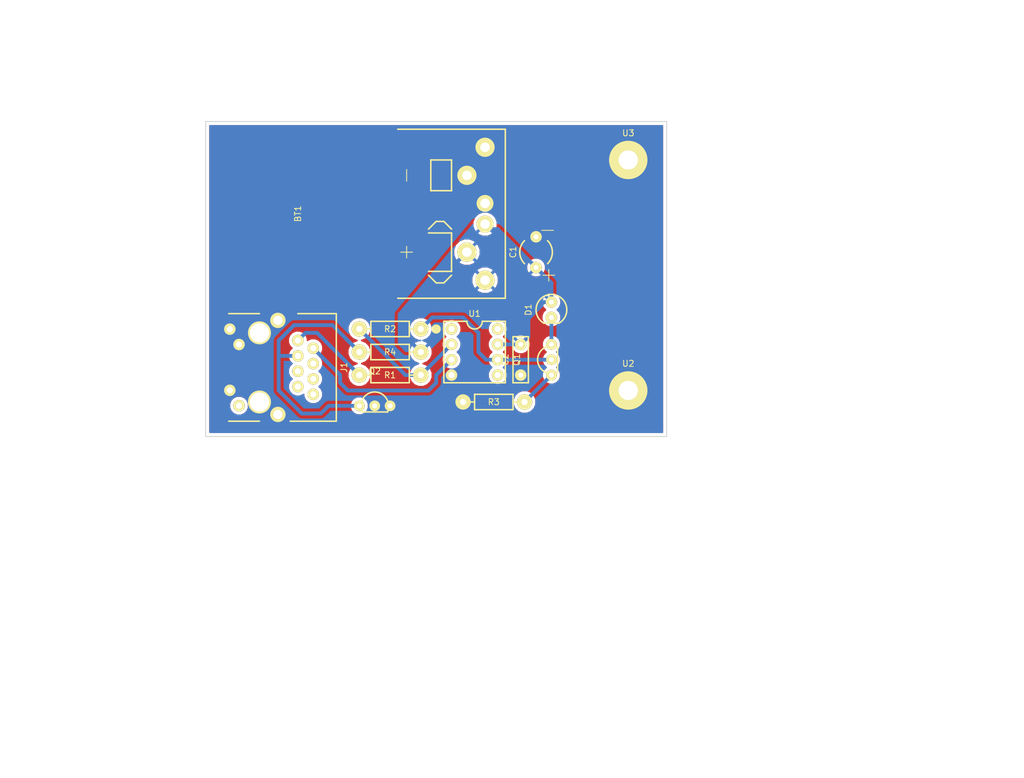
<source format=kicad_pcb>
(kicad_pcb (version 4) (host pcbnew 4.0.1-3.201512221402+6198~38~ubuntu15.04.1-stable)

  (general
    (links 34)
    (no_connects 0)
    (area 88.145238 51.032 255.796143 178.181)
    (thickness 1.6)
    (drawings 9)
    (tracks 49)
    (zones 0)
    (modules 14)
    (nets 12)
  )

  (page A4)
  (layers
    (0 F.Cu signal)
    (31 B.Cu signal)
    (32 B.Adhes user)
    (33 F.Adhes user)
    (34 B.Paste user)
    (35 F.Paste user)
    (36 B.SilkS user)
    (37 F.SilkS user)
    (38 B.Mask user)
    (39 F.Mask user)
    (40 Dwgs.User user)
    (41 Cmts.User user)
    (42 Eco1.User user)
    (43 Eco2.User user)
    (44 Edge.Cuts user)
    (45 Margin user)
    (46 B.CrtYd user)
    (47 F.CrtYd user)
    (48 B.Fab user)
    (49 F.Fab user)
  )

  (setup
    (last_trace_width 0.635)
    (trace_clearance 0.381)
    (zone_clearance 0.508)
    (zone_45_only no)
    (trace_min 0.2794)
    (segment_width 0.2)
    (edge_width 0.15)
    (via_size 1.6256)
    (via_drill 0.8128)
    (via_min_size 1.6256)
    (via_min_drill 0.8128)
    (uvia_size 0.3)
    (uvia_drill 0.1)
    (uvias_allowed no)
    (uvia_min_size 0)
    (uvia_min_drill 0)
    (pcb_text_width 0.3)
    (pcb_text_size 1.5 1.5)
    (mod_edge_width 0.15)
    (mod_text_size 1 1)
    (mod_text_width 0.15)
    (pad_size 6.35 6.35)
    (pad_drill 3.175)
    (pad_to_mask_clearance 0.2)
    (aux_axis_origin 0 0)
    (visible_elements FFFFFF7F)
    (pcbplotparams
      (layerselection 0x01000_80000001)
      (usegerberextensions false)
      (excludeedgelayer true)
      (linewidth 0.100000)
      (plotframeref false)
      (viasonmask false)
      (mode 1)
      (useauxorigin false)
      (hpglpennumber 1)
      (hpglpenspeed 20)
      (hpglpendiameter 15)
      (hpglpenoverlay 2)
      (psnegative false)
      (psa4output false)
      (plotreference true)
      (plotvalue true)
      (plotinvisibletext false)
      (padsonsilk false)
      (subtractmaskfromsilk false)
      (outputformat 1)
      (mirror false)
      (drillshape 0)
      (scaleselection 1)
      (outputdirectory /home/ben/Documents/UC_the_Fish_PCBs/Transmitter_Gerbers/))
  )

  (net 0 "")
  (net 1 +9V)
  (net 2 GND)
  (net 3 "Net-(D1-Pad1)")
  (net 4 "Net-(J1-Pad1)")
  (net 5 "Net-(J1-Pad8)")
  (net 6 "Net-(J1-Pad2)")
  (net 7 "Net-(J1-Pad3)")
  (net 8 "Net-(J1-Pad7)")
  (net 9 "Net-(Q1-Pad1)")
  (net 10 "Net-(Q1-Pad2)")
  (net 11 "Net-(R1-Pad1)")

  (net_class Default "This is the default net class."
    (clearance 0.381)
    (trace_width 0.635)
    (via_dia 1.6256)
    (via_drill 0.8128)
    (uvia_dia 0.3)
    (uvia_drill 0.1)
    (add_net "Net-(D1-Pad1)")
    (add_net "Net-(J1-Pad1)")
    (add_net "Net-(J1-Pad2)")
    (add_net "Net-(J1-Pad3)")
    (add_net "Net-(J1-Pad7)")
    (add_net "Net-(J1-Pad8)")
    (add_net "Net-(Q1-Pad1)")
    (add_net "Net-(Q1-Pad2)")
    (add_net "Net-(R1-Pad1)")
  )

  (net_class Power ""
    (clearance 0.381)
    (trace_width 0.635)
    (via_dia 1.6256)
    (via_drill 0.8128)
    (uvia_dia 0.3)
    (uvia_drill 0.1)
    (add_net +9V)
    (add_net GND)
  )

  (module UC_the_Fish_Components:200Mil_Passive (layer F.Cu) (tedit 56F62D86) (tstamp 56F65338)
    (at 172.72 109.22 90)
    (path /56F68097)
    (fp_text reference C2 (at 0 -2.54 90) (layer F.SilkS)
      (effects (font (size 1 1) (thickness 0.15)))
    )
    (fp_text value C (at 0 -4.445 90) (layer F.Fab)
      (effects (font (size 1 1) (thickness 0.15)))
    )
    (fp_line (start -3.81 -1.27) (end -3.81 1.27) (layer F.SilkS) (width 0.254))
    (fp_line (start -3.81 1.27) (end 3.81 1.27) (layer F.SilkS) (width 0.254))
    (fp_line (start 3.81 1.27) (end 3.81 -1.27) (layer F.SilkS) (width 0.254))
    (fp_line (start 3.81 -1.27) (end -3.81 -1.27) (layer F.SilkS) (width 0.254))
    (pad 1 thru_hole circle (at -2.54 0 90) (size 1.905 1.905) (drill 0.8128) (layers *.Cu *.Mask F.SilkS)
      (net 2 GND))
    (pad 2 thru_hole circle (at 2.54 0 90) (size 1.905 1.905) (drill 0.8128) (layers *.Cu *.Mask F.SilkS)
      (net 1 +9V))
  )

  (module UC_the_Fish_Components:9V_Contacts (layer F.Cu) (tedit 56F6364B) (tstamp 56F63B34)
    (at 163.83 85.09 90)
    (path /56F67B8A)
    (fp_text reference BT1 (at 0 -27.94 90) (layer F.SilkS)
      (effects (font (size 1 1) (thickness 0.15)))
    )
    (fp_text value 9V (at 0 -25.4 90) (layer F.Fab)
      (effects (font (size 1 1) (thickness 0.15)))
    )
    (fp_line (start 13.97 -11.43) (end 13.97 6.35) (layer F.SilkS) (width 0.254))
    (fp_line (start -13.97 -11.43) (end -13.97 6.35) (layer F.SilkS) (width 0.254))
    (fp_line (start 10.16 -11.43) (end 11.43 -10.16) (layer F.CrtYd) (width 0.254))
    (fp_line (start 11.43 -10.16) (end 11.43 -8.89) (layer F.CrtYd) (width 0.254))
    (fp_line (start 11.43 -8.89) (end 10.16 -7.62) (layer F.CrtYd) (width 0.254))
    (fp_line (start 1.27 -10.16) (end 1.27 -8.89) (layer F.CrtYd) (width 0.254))
    (fp_line (start 1.27 -8.89) (end 2.54 -7.62) (layer Dwgs.User) (width 0.254))
    (fp_line (start 1.27 -10.16) (end 2.54 -11.43) (layer F.CrtYd) (width 0.254))
    (fp_line (start -13.97 -11.43) (end 13.97 -11.43) (layer F.CrtYd) (width 0.254))
    (fp_line (start 3.175 -7.62) (end 3.175 -11.43) (layer F.CrtYd) (width 0.254))
    (fp_line (start 9.525 -11.43) (end 9.525 -7.62) (layer F.CrtYd) (width 0.254))
    (fp_line (start -8.89 -8.001) (end -8.89 -11.43) (layer F.CrtYd) (width 0.254))
    (fp_line (start -3.81 -11.43) (end -3.81 -8.001) (layer F.CrtYd) (width 0.254))
    (fp_line (start -3.81 -8.001) (end -8.89 -8.001) (layer F.CrtYd) (width 0.254))
    (fp_text user - (at 6.35 -10.16 90) (layer F.SilkS)
      (effects (font (size 2.54 2.54) (thickness 0.15)))
    )
    (fp_text user + (at -6.35 -10.16 90) (layer F.SilkS)
      (effects (font (size 2.54 2.54) (thickness 0.15)))
    )
    (fp_line (start -10.16 -6.35) (end -11.43 -5.08) (layer F.SilkS) (width 0.254))
    (fp_line (start -11.43 -5.08) (end -11.43 -3.81) (layer F.SilkS) (width 0.254))
    (fp_line (start -11.43 -3.81) (end -10.16 -2.54) (layer F.SilkS) (width 0.254))
    (fp_line (start -2.54 -6.35) (end -1.27 -5.08) (layer F.SilkS) (width 0.254))
    (fp_line (start -1.27 -5.08) (end -1.27 -3.81) (layer F.SilkS) (width 0.254))
    (fp_line (start -1.27 -3.81) (end -2.54 -2.54) (layer F.SilkS) (width 0.254))
    (fp_line (start 3.81 -2.54) (end 3.81 -5.969) (layer F.SilkS) (width 0.254))
    (fp_line (start 3.81 -5.969) (end 8.89 -5.969) (layer F.SilkS) (width 0.254))
    (fp_line (start 8.89 -5.969) (end 8.89 -2.54) (layer F.SilkS) (width 0.254))
    (fp_line (start 8.89 -2.54) (end 3.81 -2.54) (layer F.SilkS) (width 0.254))
    (fp_line (start -9.525 -6.35) (end -9.525 -2.54) (layer F.SilkS) (width 0.254))
    (fp_line (start -9.525 -2.54) (end -3.175 -2.54) (layer F.SilkS) (width 0.254))
    (fp_line (start -3.175 -2.54) (end -3.175 -6.35) (layer F.SilkS) (width 0.254))
    (fp_line (start -13.97 6.35) (end 13.97 6.35) (layer F.SilkS) (width 0.254))
    (fp_line (start 13.97 -11.43) (end 13.97 -50.8) (layer F.CrtYd) (width 0.254))
    (fp_line (start 13.97 -50.8) (end -13.97 -50.8) (layer F.CrtYd) (width 0.254))
    (fp_line (start -13.97 -50.8) (end -13.97 -11.43) (layer F.CrtYd) (width 0.254))
    (pad 1 thru_hole circle (at -6.35 0 90) (size 3.175 3.175) (drill 1.5748) (layers *.Cu *.Mask F.SilkS)
      (net 1 +9V))
    (pad 2 thru_hole circle (at 6.35 0 90) (size 3.175 3.175) (drill 1.5748) (layers *.Cu *.Mask F.SilkS)
      (net 2 GND))
    (pad 1 thru_hole circle (at -1.7145 2.9972 90) (size 2.794 2.794) (drill 1.5748) (layers *.Cu *.Mask F.SilkS)
      (net 1 +9V))
    (pad 2 thru_hole circle (at 1.7145 2.9972 90) (size 2.794 2.794) (drill 1.5748) (layers *.Cu *.Mask F.SilkS)
      (net 2 GND))
    (pad 1 thru_hole circle (at -10.9855 2.9972 90) (size 3.175 3.175) (drill 1.5748) (layers *.Cu *.Mask F.SilkS)
      (net 1 +9V))
    (pad 2 thru_hole circle (at 10.9855 2.9972 90) (size 3.175 3.175) (drill 1.5748) (layers *.Cu *.Mask F.SilkS)
      (net 2 GND))
  )

  (module UC_the_Fish_Components:LTL2T3TBK5 (layer F.Cu) (tedit 56F5FA52) (tstamp 56F63B3C)
    (at 177.8 100.965 90)
    (path /56F67A59)
    (fp_text reference D1 (at 0 -3.81 90) (layer F.SilkS)
      (effects (font (size 1 1) (thickness 0.15)))
    )
    (fp_text value LTL2T3TBK5 (at 0 -5.715 90) (layer F.Fab)
      (effects (font (size 1 1) (thickness 0.15)))
    )
    (fp_arc (start 0 0) (end -2.19964 -1.27) (angle 300) (layer F.SilkS) (width 0.254))
    (fp_line (start -2.19964 1.27) (end -2.19964 -1.27) (layer F.SilkS) (width 0.254))
    (pad 1 thru_hole circle (at -1.27 0 90) (size 1.905 1.905) (drill 0.8128) (layers *.Cu *.Mask F.SilkS)
      (net 3 "Net-(D1-Pad1)"))
    (pad 2 thru_hole circle (at 1.27 0 90) (size 1.905 1.905) (drill 0.8128) (layers *.Cu *.Mask F.SilkS)
      (net 1 +9V))
  )

  (module UC_the_Fish_Components:TO-92 (layer F.Cu) (tedit 56F5F6C7) (tstamp 56F63B64)
    (at 177.8 109.22 90)
    (path /56F67606)
    (fp_text reference Q1 (at 0 -5.715 90) (layer F.SilkS)
      (effects (font (size 1 1) (thickness 0.15)))
    )
    (fp_text value 2N3904 (at 0 -3.81 90) (layer F.Fab)
      (effects (font (size 1 1) (thickness 0.15)))
    )
    (fp_line (start -2.159 1.016) (end -2.286 0) (layer F.SilkS) (width 0.254))
    (fp_line (start 2.286 0) (end 2.159 1.016) (layer F.SilkS) (width 0.254))
    (fp_line (start -2.159 1.016) (end 2.159 1.016) (layer F.SilkS) (width 0.254))
    (fp_arc (start 0 0) (end -2.286 0) (angle 180) (layer F.SilkS) (width 0.254))
    (pad 1 thru_hole circle (at -2.54 0 90) (size 1.778 1.778) (drill 0.8128) (layers *.Cu *.Mask F.SilkS)
      (net 9 "Net-(Q1-Pad1)"))
    (pad 2 thru_hole circle (at 0 0 90) (size 1.778 1.778) (drill 0.8128) (layers *.Cu *.Mask F.SilkS)
      (net 10 "Net-(Q1-Pad2)"))
    (pad 3 thru_hole circle (at 2.54 0 90) (size 1.778 1.778) (drill 0.8128) (layers *.Cu *.Mask F.SilkS)
      (net 3 "Net-(D1-Pad1)"))
  )

  (module UC_the_Fish_Components:TO-92 (layer F.Cu) (tedit 56F5F6C7) (tstamp 56F63B6F)
    (at 148.59 116.84)
    (path /56F6A98E)
    (fp_text reference Q2 (at 0 -5.715) (layer F.SilkS)
      (effects (font (size 1 1) (thickness 0.15)))
    )
    (fp_text value 2N3906 (at 0 -3.81) (layer F.Fab)
      (effects (font (size 1 1) (thickness 0.15)))
    )
    (fp_line (start -2.159 1.016) (end -2.286 0) (layer F.SilkS) (width 0.254))
    (fp_line (start 2.286 0) (end 2.159 1.016) (layer F.SilkS) (width 0.254))
    (fp_line (start -2.159 1.016) (end 2.159 1.016) (layer F.SilkS) (width 0.254))
    (fp_arc (start 0 0) (end -2.286 0) (angle 180) (layer F.SilkS) (width 0.254))
    (pad 1 thru_hole circle (at -2.54 0) (size 1.778 1.778) (drill 0.8128) (layers *.Cu *.Mask F.SilkS)
      (net 7 "Net-(J1-Pad3)"))
    (pad 2 thru_hole circle (at 0 0) (size 1.778 1.778) (drill 0.8128) (layers *.Cu *.Mask F.SilkS)
      (net 2 GND))
    (pad 3 thru_hole circle (at 2.54 0) (size 1.778 1.778) (drill 0.8128) (layers *.Cu *.Mask F.SilkS)
      (net 2 GND))
  )

  (module UC_the_Fish_Components:8_Pin_Socket (layer F.Cu) (tedit 56F5FCEA) (tstamp 56F63B82)
    (at 165.1 107.95)
    (path /56F673B2)
    (fp_text reference U1 (at 0 -6.35) (layer F.SilkS)
      (effects (font (size 1 1) (thickness 0.15)))
    )
    (fp_text value LM7171 (at 0 6.35) (layer F.Fab)
      (effects (font (size 1 1) (thickness 0.15)))
    )
    (fp_circle (center -6.35 -3.81) (end -6.731 -3.81) (layer F.SilkS) (width 0.762))
    (fp_line (start 1.27 -5.08) (end 5.08 -5.08) (layer F.SilkS) (width 0.254))
    (fp_arc (start 0 -5.08) (end 1.27 -5.08) (angle 180) (layer F.SilkS) (width 0.254))
    (fp_line (start -5.08 -5.08) (end -1.27 -5.08) (layer F.SilkS) (width 0.254))
    (fp_line (start -5.08 -5.08) (end -5.08 5.08) (layer F.SilkS) (width 0.254))
    (fp_line (start -5.08 5.08) (end 5.08 5.08) (layer F.SilkS) (width 0.254))
    (fp_line (start 5.08 5.08) (end 5.08 -5.08) (layer F.SilkS) (width 0.254))
    (pad 1 thru_hole circle (at -3.81 -3.81) (size 1.905 1.905) (drill 1.016) (layers *.Cu *.Mask F.SilkS))
    (pad 2 thru_hole circle (at -3.81 -1.27) (size 1.905 1.905) (drill 1.016) (layers *.Cu *.Mask F.SilkS)
      (net 11 "Net-(R1-Pad1)"))
    (pad 3 thru_hole circle (at -3.81 1.27) (size 1.905 1.905) (drill 1.016) (layers *.Cu *.Mask F.SilkS)
      (net 6 "Net-(J1-Pad2)"))
    (pad 4 thru_hole circle (at -3.81 3.81) (size 1.905 1.905) (drill 1.016) (layers *.Cu *.Mask F.SilkS)
      (net 2 GND))
    (pad 5 thru_hole circle (at 3.81 3.81) (size 1.905 1.905) (drill 1.016) (layers *.Cu *.Mask F.SilkS))
    (pad 6 thru_hole circle (at 3.81 1.27) (size 1.905 1.905) (drill 1.016) (layers *.Cu *.Mask F.SilkS)
      (net 10 "Net-(Q1-Pad2)"))
    (pad 7 thru_hole circle (at 3.81 -1.27) (size 1.905 1.905) (drill 1.016) (layers *.Cu *.Mask F.SilkS)
      (net 1 +9V))
    (pad 8 thru_hole circle (at 3.81 -3.81) (size 1.905 1.905) (drill 1.016) (layers *.Cu *.Mask F.SilkS))
  )

  (module UC_the_Fish_Components:TAP107K006SCS (layer F.Cu) (tedit 56F61632) (tstamp 56F6429B)
    (at 175.26 91.44 90)
    (path /56F67EA2)
    (fp_text reference C1 (at 0 -3.81 90) (layer F.SilkS)
      (effects (font (size 1 1) (thickness 0.15)))
    )
    (fp_text value 33uF (at 0 -5.715 90) (layer F.Fab)
      (effects (font (size 1 1) (thickness 0.15)))
    )
    (fp_text user - (at 3.81 1.905 180) (layer F.SilkS)
      (effects (font (size 2.54 2.54) (thickness 0.15)))
    )
    (fp_text user + (at -3.81 1.905 90) (layer F.SilkS)
      (effects (font (size 2.54 2.54) (thickness 0.15)))
    )
    (fp_arc (start 0 0) (end 1.905 1.905) (angle 90) (layer F.SilkS) (width 0.254))
    (fp_arc (start 0 0) (end -1.905 -1.905) (angle 90) (layer F.SilkS) (width 0.254))
    (pad 1 thru_hole circle (at -2.54 0 90) (size 1.905 1.905) (drill 0.8128) (layers *.Cu *.Mask F.SilkS)
      (net 1 +9V))
    (pad 2 thru_hole circle (at 2.54 0 90) (size 1.905 1.905) (drill 0.8128) (layers *.Cu *.Mask F.SilkS)
      (net 2 GND))
  )

  (module UC_the_Fish_Components:400Mil_Passive (layer F.Cu) (tedit 56F62B9E) (tstamp 56F642B1)
    (at 151.13 111.76 180)
    (path /56F672FE)
    (fp_text reference R1 (at 0 0 180) (layer F.SilkS)
      (effects (font (size 1 1) (thickness 0.15)))
    )
    (fp_text value 1k (at 0 -2.54 180) (layer F.Fab)
      (effects (font (size 1 1) (thickness 0.15)))
    )
    (fp_line (start 3.175 0) (end 3.81 0) (layer F.SilkS) (width 0.254))
    (fp_line (start -3.175 0) (end -3.81 0) (layer F.SilkS) (width 0.254))
    (fp_line (start -3.175 -1.27) (end -3.175 1.27) (layer F.SilkS) (width 0.254))
    (fp_line (start -3.175 1.27) (end 3.175 1.27) (layer F.SilkS) (width 0.254))
    (fp_line (start 3.175 1.27) (end 3.175 -1.27) (layer F.SilkS) (width 0.254))
    (fp_line (start 3.175 -1.27) (end -3.175 -1.27) (layer F.SilkS) (width 0.254))
    (pad 1 thru_hole circle (at -5.08 0 180) (size 2.54 2.54) (drill 1.016) (layers *.Cu *.Mask F.SilkS)
      (net 11 "Net-(R1-Pad1)"))
    (pad 2 thru_hole circle (at 5.08 0 180) (size 2.54 2.54) (drill 1.016) (layers *.Cu *.Mask F.SilkS)
      (net 4 "Net-(J1-Pad1)"))
  )

  (module UC_the_Fish_Components:400Mil_Passive (layer F.Cu) (tedit 56F62B9E) (tstamp 56F642BD)
    (at 151.13 104.14 180)
    (path /56F67371)
    (fp_text reference R2 (at 0 0 180) (layer F.SilkS)
      (effects (font (size 1 1) (thickness 0.15)))
    )
    (fp_text value 10k (at 0 -2.54 180) (layer F.Fab)
      (effects (font (size 1 1) (thickness 0.15)))
    )
    (fp_line (start 3.175 0) (end 3.81 0) (layer F.SilkS) (width 0.254))
    (fp_line (start -3.175 0) (end -3.81 0) (layer F.SilkS) (width 0.254))
    (fp_line (start -3.175 -1.27) (end -3.175 1.27) (layer F.SilkS) (width 0.254))
    (fp_line (start -3.175 1.27) (end 3.175 1.27) (layer F.SilkS) (width 0.254))
    (fp_line (start 3.175 1.27) (end 3.175 -1.27) (layer F.SilkS) (width 0.254))
    (fp_line (start 3.175 -1.27) (end -3.175 -1.27) (layer F.SilkS) (width 0.254))
    (pad 1 thru_hole circle (at -5.08 0 180) (size 2.54 2.54) (drill 1.016) (layers *.Cu *.Mask F.SilkS)
      (net 10 "Net-(Q1-Pad2)"))
    (pad 2 thru_hole circle (at 5.08 0 180) (size 2.54 2.54) (drill 1.016) (layers *.Cu *.Mask F.SilkS)
      (net 11 "Net-(R1-Pad1)"))
  )

  (module UC_the_Fish_Components:400Mil_Passive (layer F.Cu) (tedit 56F62B9E) (tstamp 56F642C9)
    (at 168.275 116.205 180)
    (path /56F67981)
    (fp_text reference R3 (at 0 0 180) (layer F.SilkS)
      (effects (font (size 1 1) (thickness 0.15)))
    )
    (fp_text value 450 (at 0 -2.54 180) (layer F.Fab)
      (effects (font (size 1 1) (thickness 0.15)))
    )
    (fp_line (start 3.175 0) (end 3.81 0) (layer F.SilkS) (width 0.254))
    (fp_line (start -3.175 0) (end -3.81 0) (layer F.SilkS) (width 0.254))
    (fp_line (start -3.175 -1.27) (end -3.175 1.27) (layer F.SilkS) (width 0.254))
    (fp_line (start -3.175 1.27) (end 3.175 1.27) (layer F.SilkS) (width 0.254))
    (fp_line (start 3.175 1.27) (end 3.175 -1.27) (layer F.SilkS) (width 0.254))
    (fp_line (start 3.175 -1.27) (end -3.175 -1.27) (layer F.SilkS) (width 0.254))
    (pad 1 thru_hole circle (at -5.08 0 180) (size 2.54 2.54) (drill 1.016) (layers *.Cu *.Mask F.SilkS)
      (net 9 "Net-(Q1-Pad1)"))
    (pad 2 thru_hole circle (at 5.08 0 180) (size 2.54 2.54) (drill 1.016) (layers *.Cu *.Mask F.SilkS)
      (net 2 GND))
  )

  (module UC_the_Fish_Components:400Mil_Passive (layer F.Cu) (tedit 56F62B9E) (tstamp 56F642D5)
    (at 151.13 107.95 180)
    (path /56F67485)
    (fp_text reference R4 (at 0 0 180) (layer F.SilkS)
      (effects (font (size 1 1) (thickness 0.15)))
    )
    (fp_text value 1k (at 0 -2.54 180) (layer F.Fab)
      (effects (font (size 1 1) (thickness 0.15)))
    )
    (fp_line (start 3.175 0) (end 3.81 0) (layer F.SilkS) (width 0.254))
    (fp_line (start -3.175 0) (end -3.81 0) (layer F.SilkS) (width 0.254))
    (fp_line (start -3.175 -1.27) (end -3.175 1.27) (layer F.SilkS) (width 0.254))
    (fp_line (start -3.175 1.27) (end 3.175 1.27) (layer F.SilkS) (width 0.254))
    (fp_line (start 3.175 1.27) (end 3.175 -1.27) (layer F.SilkS) (width 0.254))
    (fp_line (start 3.175 -1.27) (end -3.175 -1.27) (layer F.SilkS) (width 0.254))
    (pad 1 thru_hole circle (at -5.08 0 180) (size 2.54 2.54) (drill 1.016) (layers *.Cu *.Mask F.SilkS)
      (net 1 +9V))
    (pad 2 thru_hole circle (at 5.08 0 180) (size 2.54 2.54) (drill 1.016) (layers *.Cu *.Mask F.SilkS)
      (net 7 "Net-(J1-Pad3)"))
  )

  (module UC_the_Fish_Components:Mounting_Via (layer F.Cu) (tedit 56F93D94) (tstamp 56F93E22)
    (at 190.5 114.3)
    (path /56F95418)
    (fp_text reference U2 (at 0 -4.445) (layer F.SilkS)
      (effects (font (size 1 1) (thickness 0.15)))
    )
    (fp_text value Physical_Mount (at 0 3.81) (layer F.Fab)
      (effects (font (size 1 1) (thickness 0.15)))
    )
    (pad 1 thru_hole circle (at 0 0) (size 6.35 6.35) (drill 3.175) (layers *.Cu *.Mask F.SilkS)
      (net 2 GND))
  )

  (module UC_the_Fish_Components:Mounting_Via (layer F.Cu) (tedit 56F93D94) (tstamp 56F93E27)
    (at 190.5 76.2)
    (path /56F95537)
    (fp_text reference U3 (at 0 -4.445) (layer F.SilkS)
      (effects (font (size 1 1) (thickness 0.15)))
    )
    (fp_text value Physical_Mount (at 0 3.81) (layer F.Fab)
      (effects (font (size 1 1) (thickness 0.15)))
    )
    (pad 1 thru_hole circle (at 0 0) (size 6.35 6.35) (drill 3.175) (layers *.Cu *.Mask F.SilkS)
      (net 2 GND))
  )

  (module UC_the_Fish_Components:RB1-125BAG1A (layer F.Cu) (tedit 56F95CC4) (tstamp 56F63B59)
    (at 129.54 110.49 270)
    (path /56F67191)
    (fp_text reference J1 (at 0 -13.97 270) (layer F.SilkS)
      (effects (font (size 1 1) (thickness 0.15)))
    )
    (fp_text value RB1-125BAG1A (at 0 -16.51 270) (layer F.Fab)
      (effects (font (size 1 1) (thickness 0.15)))
    )
    (fp_line (start -8.89 -6.35) (end -8.89 -12.7) (layer F.SilkS) (width 0.254))
    (fp_line (start -8.89 -12.7) (end 8.89 -12.7) (layer F.SilkS) (width 0.254))
    (fp_line (start 8.89 -12.7) (end 8.89 -5.08) (layer F.SilkS) (width 0.254))
    (fp_line (start 8.89 5.08) (end 8.89 0) (layer F.SilkS) (width 0.254))
    (fp_line (start -8.89 5.08) (end -8.89 0) (layer F.SilkS) (width 0.254))
    (fp_line (start -7.7724 -10.88898) (end 7.7724 -10.88898) (layer F.CrtYd) (width 0.254))
    (fp_line (start 7.7724 -10.88898) (end 7.7724 10.88898) (layer F.CrtYd) (width 0.254))
    (fp_line (start 7.7724 10.88898) (end -7.7724 10.88898) (layer F.CrtYd) (width 0.254))
    (fp_line (start -7.7724 10.88898) (end -7.7724 -10.88898) (layer F.CrtYd) (width 0.254))
    (pad 9 thru_hole circle (at -5.715 0 270) (size 3.81 3.81) (drill 3.175) (layers *.Cu *.Mask F.SilkS)
      (net 2 GND))
    (pad 9 thru_hole circle (at 5.715 0 270) (size 3.81 3.81) (drill 3.175) (layers *.Cu *.Mask F.SilkS)
      (net 2 GND))
    (pad 9 thru_hole circle (at -3.7846 3.3782 270) (size 1.905 1.905) (drill 1.016) (layers *.Cu *.Mask F.SilkS)
      (net 2 GND))
    (pad 6 thru_hole circle (at 6.3246 3.3782 270) (size 1.905 1.905) (drill 1.016) (layers *.Cu *.Mask F.SilkS))
    (pad 9 thru_hole circle (at -6.3246 4.89966 270) (size 1.905 1.905) (drill 1.016) (layers *.Cu *.Mask F.SilkS)
      (net 2 GND))
    (pad 9 thru_hole circle (at 3.7846 4.89966 270) (size 1.905 1.905) (drill 1.016) (layers *.Cu *.Mask F.SilkS)
      (net 2 GND))
    (pad 9 thru_hole circle (at -7.77494 -3.048 270) (size 2.54 2.54) (drill 1.5113) (layers *.Cu *.Mask F.SilkS)
      (net 2 GND))
    (pad 9 thru_hole circle (at 7.77494 -3.048 270) (size 2.54 2.54) (drill 1.5113) (layers *.Cu *.Mask F.SilkS)
      (net 2 GND))
    (pad 1 thru_hole circle (at -4.445 -6.35 270) (size 1.905 1.905) (drill 1.016) (layers *.Cu *.Mask F.SilkS)
      (net 4 "Net-(J1-Pad1)"))
    (pad 8 thru_hole circle (at 4.445 -8.89 270) (size 1.905 1.905) (drill 1.016) (layers *.Cu *.Mask F.SilkS)
      (net 5 "Net-(J1-Pad8)"))
    (pad 2 thru_hole circle (at -3.175 -8.89 270) (size 1.905 1.905) (drill 1.016) (layers *.Cu *.Mask F.SilkS)
      (net 6 "Net-(J1-Pad2)"))
    (pad 3 thru_hole circle (at -1.905 -6.35 270) (size 1.905 1.905) (drill 1.016) (layers *.Cu *.Mask F.SilkS)
      (net 7 "Net-(J1-Pad3)"))
    (pad 4 thru_hole circle (at -0.635 -8.89 270) (size 1.905 1.905) (drill 1.016) (layers *.Cu *.Mask F.SilkS))
    (pad 5 thru_hole circle (at 0.635 -6.35 270) (size 1.905 1.905) (drill 1.016) (layers *.Cu *.Mask F.SilkS))
    (pad 6 thru_hole circle (at 1.905 -8.89 270) (size 1.905 1.905) (drill 1.016) (layers *.Cu *.Mask F.SilkS))
    (pad 7 thru_hole circle (at 3.175 -6.35 270) (size 1.905 1.905) (drill 1.016) (layers *.Cu *.Mask F.SilkS)
      (net 8 "Net-(J1-Pad7)"))
  )

  (gr_text "UC the Fish Transmitter" (at 220.98 175.26) (layer Dwgs.User)
    (effects (font (size 3.81 3.81) (thickness 0.508)))
  )
  (dimension 52.07 (width 0.3) (layer Dwgs.User)
    (gr_text "2.05 in" (at 95.25 95.885 270) (layer Dwgs.User)
      (effects (font (size 2.54 2.54) (thickness 0.3)))
    )
    (feature1 (pts (xy 120.65 121.92) (xy 96.360001 121.92)))
    (feature2 (pts (xy 120.65 69.85) (xy 96.360001 69.85)))
    (crossbar (pts (xy 99.060001 69.85) (xy 99.060001 121.92)))
    (arrow1a (pts (xy 99.060001 121.92) (xy 98.47358 120.793496)))
    (arrow1b (pts (xy 99.060001 121.92) (xy 99.646422 120.793496)))
    (arrow2a (pts (xy 99.060001 69.85) (xy 98.47358 70.976504)))
    (arrow2b (pts (xy 99.060001 69.85) (xy 99.646422 70.976504)))
  )
  (dimension 76.2 (width 0.3) (layer Dwgs.User)
    (gr_text "3.0000 in" (at 158.75 134.62) (layer Dwgs.User) (tstamp 56F93FF2)
      (effects (font (size 2.54 2.54) (thickness 0.3)))
    )
    (feature1 (pts (xy 196.85 121.92) (xy 196.85 134.779999)))
    (feature2 (pts (xy 120.65 121.92) (xy 120.65 134.779999)))
    (crossbar (pts (xy 120.65 132.079999) (xy 196.85 132.079999)))
    (arrow1a (pts (xy 196.85 132.079999) (xy 195.723496 132.66642)))
    (arrow1b (pts (xy 196.85 132.079999) (xy 195.723496 131.493578)))
    (arrow2a (pts (xy 120.65 132.079999) (xy 121.776504 132.66642)))
    (arrow2b (pts (xy 120.65 132.079999) (xy 121.776504 131.493578)))
  )
  (dimension 38.1 (width 0.3) (layer Dwgs.User)
    (gr_text "1.50 in" (at 215.9 95.25 270) (layer Dwgs.User)
      (effects (font (size 2.54 2.54) (thickness 0.3)))
    )
    (feature1 (pts (xy 190.5 114.3) (xy 212.25 114.3)))
    (feature2 (pts (xy 190.5 76.2) (xy 212.25 76.2)))
    (crossbar (pts (xy 209.55 76.2) (xy 209.55 114.3)))
    (arrow1a (pts (xy 209.55 114.3) (xy 208.963579 113.173496)))
    (arrow1b (pts (xy 209.55 114.3) (xy 210.136421 113.173496)))
    (arrow2a (pts (xy 209.55 76.2) (xy 208.963579 77.326504)))
    (arrow2b (pts (xy 209.55 76.2) (xy 210.136421 77.326504)))
  )
  (dimension 6.35 (width 0.3) (layer Dwgs.User)
    (gr_text "0.25 in" (at 206.375 53.26) (layer Dwgs.User)
      (effects (font (size 2.54 2.54) (thickness 0.3)))
    )
    (feature1 (pts (xy 196.85 76.2) (xy 196.85 51.91)))
    (feature2 (pts (xy 190.5 76.2) (xy 190.5 51.91)))
    (crossbar (pts (xy 190.5 54.61) (xy 196.85 54.61)))
    (arrow1a (pts (xy 196.85 54.61) (xy 195.723496 55.196421)))
    (arrow1b (pts (xy 196.85 54.61) (xy 195.723496 54.023579)))
    (arrow2a (pts (xy 190.5 54.61) (xy 191.626504 55.196421)))
    (arrow2b (pts (xy 190.5 54.61) (xy 191.626504 54.023579)))
  )
  (gr_line (start 120.65 121.92) (end 120.65 69.85) (angle 90) (layer Edge.Cuts) (width 0.15))
  (gr_line (start 196.85 121.92) (end 120.65 121.92) (angle 90) (layer Edge.Cuts) (width 0.15))
  (gr_line (start 196.85 69.85) (end 196.85 121.92) (angle 90) (layer Edge.Cuts) (width 0.15))
  (gr_line (start 120.65 69.85) (end 196.85 69.85) (angle 90) (layer Edge.Cuts) (width 0.15))

  (segment (start 156.21 107.95) (end 153.67 105.41) (width 0.635) (layer B.Cu) (net 1))
  (segment (start 153.67 101.6) (end 163.83 91.44) (width 0.635) (layer B.Cu) (net 1) (tstamp 56F9F32F))
  (segment (start 153.67 102.235) (end 153.67 101.6) (width 0.635) (layer B.Cu) (net 1) (tstamp 56F9F32A))
  (segment (start 153.67 105.41) (end 153.67 102.235) (width 0.635) (layer B.Cu) (net 1) (tstamp 56F9F328))
  (segment (start 172.72 106.68) (end 168.91 106.68) (width 0.635) (layer B.Cu) (net 1))
  (segment (start 172.72 106.68) (end 173.99 105.41) (width 0.635) (layer B.Cu) (net 1))
  (segment (start 176.53 99.695) (end 177.8 99.695) (width 0.635) (layer B.Cu) (net 1) (tstamp 56F9F248))
  (segment (start 173.99 102.235) (end 176.53 99.695) (width 0.635) (layer B.Cu) (net 1) (tstamp 56F9F241))
  (segment (start 173.99 102.87) (end 173.99 102.235) (width 0.635) (layer B.Cu) (net 1) (tstamp 56F9F240))
  (segment (start 173.99 105.41) (end 173.99 102.87) (width 0.635) (layer B.Cu) (net 1) (tstamp 56F9F23F))
  (segment (start 177.8 99.695) (end 177.8 96.52) (width 0.635) (layer B.Cu) (net 1) (tstamp 56F9F249))
  (segment (start 177.8 96.52) (end 175.26 93.98) (width 0.635) (layer B.Cu) (net 1) (tstamp 56F9F24A))
  (segment (start 175.26 93.98) (end 168.91 87.63) (width 0.635) (layer B.Cu) (net 1) (tstamp 56F9F24B))
  (segment (start 168.91 87.63) (end 167.6527 87.63) (width 0.635) (layer B.Cu) (net 1) (tstamp 56F9F24D))
  (segment (start 167.6527 87.63) (end 166.8272 86.8045) (width 0.635) (layer B.Cu) (net 1) (tstamp 56F9F259))
  (segment (start 177.8 99.695) (end 177.165 99.695) (width 0.635) (layer F.Cu) (net 1))
  (segment (start 177.8 102.235) (end 177.8 106.68) (width 0.635) (layer B.Cu) (net 3))
  (segment (start 135.89 106.045) (end 137.16 104.775) (width 0.635) (layer B.Cu) (net 4))
  (segment (start 139.065 104.775) (end 146.05 111.76) (width 0.635) (layer B.Cu) (net 4) (tstamp 56F9F1CD))
  (segment (start 137.16 104.775) (end 139.065 104.775) (width 0.635) (layer B.Cu) (net 4) (tstamp 56F9F1CA))
  (segment (start 161.29 109.22) (end 158.75 111.76) (width 0.635) (layer B.Cu) (net 6))
  (segment (start 142.875 111.76) (end 142.875 113.03) (width 0.635) (layer B.Cu) (net 6) (tstamp 56F9F1D4))
  (segment (start 142.875 113.03) (end 144.145 114.3) (width 0.635) (layer B.Cu) (net 6) (tstamp 56F9F1DC))
  (segment (start 144.145 114.3) (end 157.48 114.3) (width 0.635) (layer B.Cu) (net 6) (tstamp 56F9F1DF))
  (segment (start 157.48 114.3) (end 158.75 113.03) (width 0.635) (layer B.Cu) (net 6) (tstamp 56F9F1E2))
  (segment (start 142.875 111.76) (end 138.43 107.315) (width 0.635) (layer B.Cu) (net 6))
  (segment (start 158.75 111.76) (end 158.75 113.03) (width 0.635) (layer B.Cu) (net 6) (tstamp 56F9F292))
  (segment (start 138.43 107.315) (end 139.065 107.315) (width 0.3048) (layer B.Cu) (net 6))
  (segment (start 135.89 108.585) (end 132.715 108.585) (width 0.635) (layer B.Cu) (net 7))
  (segment (start 146.05 116.84) (end 140.97 116.84) (width 0.635) (layer B.Cu) (net 7))
  (segment (start 141.605 103.505) (end 146.05 107.95) (width 0.635) (layer B.Cu) (net 7) (tstamp 56F9F1C3))
  (segment (start 135.255 103.505) (end 141.605 103.505) (width 0.635) (layer B.Cu) (net 7) (tstamp 56F9F1C2))
  (segment (start 132.715 106.045) (end 135.255 103.505) (width 0.635) (layer B.Cu) (net 7) (tstamp 56F9F1B8))
  (segment (start 132.715 114.3) (end 132.715 108.585) (width 0.635) (layer B.Cu) (net 7) (tstamp 56F9F1B7))
  (segment (start 132.715 108.585) (end 132.715 106.045) (width 0.635) (layer B.Cu) (net 7) (tstamp 56F9F1FF))
  (segment (start 136.525 118.11) (end 132.715 114.3) (width 0.635) (layer B.Cu) (net 7) (tstamp 56F9F1B2))
  (segment (start 139.7 118.11) (end 136.525 118.11) (width 0.635) (layer B.Cu) (net 7) (tstamp 56F9F1AE))
  (segment (start 140.97 116.84) (end 139.7 118.11) (width 0.635) (layer B.Cu) (net 7) (tstamp 56F9F1A9))
  (segment (start 177.8 111.76) (end 173.355 116.205) (width 0.635) (layer B.Cu) (net 9))
  (segment (start 168.91 109.22) (end 177.8 109.22) (width 0.635) (layer B.Cu) (net 10))
  (segment (start 156.21 104.14) (end 158.115 102.235) (width 0.635) (layer B.Cu) (net 10))
  (segment (start 167.005 109.22) (end 168.91 109.22) (width 0.635) (layer B.Cu) (net 10) (tstamp 56F9F226))
  (segment (start 165.735 107.95) (end 167.005 109.22) (width 0.635) (layer B.Cu) (net 10) (tstamp 56F9F223))
  (segment (start 165.735 104.775) (end 165.735 107.95) (width 0.635) (layer B.Cu) (net 10) (tstamp 56F9F220))
  (segment (start 163.195 102.235) (end 165.735 104.775) (width 0.635) (layer B.Cu) (net 10) (tstamp 56F9F21F))
  (segment (start 158.115 102.235) (end 163.195 102.235) (width 0.635) (layer B.Cu) (net 10) (tstamp 56F9F21E))
  (segment (start 161.29 106.68) (end 156.21 111.76) (width 0.635) (layer B.Cu) (net 11))
  (segment (start 146.05 104.14) (end 153.67 111.76) (width 0.635) (layer B.Cu) (net 11))
  (segment (start 153.67 111.76) (end 156.21 111.76) (width 0.635) (layer B.Cu) (net 11) (tstamp 56F9F20F))

  (zone (net 1) (net_name +9V) (layer B.Cu) (tstamp 56F94307) (hatch edge 0.508)
    (priority 1)
    (connect_pads (clearance 0.508))
    (min_thickness 0.254)
    (fill yes (arc_segments 16) (thermal_gap 0.508) (thermal_bridge_width 0.508))
    (polygon
      (pts
        (xy 165.1 86.36) (xy 167.64 86.36) (xy 177.8 96.52) (xy 177.8 99.06) (xy 173.99 102.87)
        (xy 173.99 105.41) (xy 172.72 106.68) (xy 171.45 106.68) (xy 168.91 104.14) (xy 161.29 104.14)
        (xy 157.48 107.95) (xy 153.67 107.95) (xy 152.4 106.68) (xy 152.4 101.6) (xy 165.1 86.36)
      )
    )
    (filled_polygon
      (pts
        (xy 167.020948 86.790358) (xy 167.006805 86.8045) (xy 168.266756 88.06445) (xy 168.574825 87.917244) (xy 168.698744 87.59835)
        (xy 174.027433 92.927039) (xy 174.027432 92.92704) (xy 174.141839 93.041447) (xy 173.879912 93.134288) (xy 173.661325 93.726801)
        (xy 173.686122 94.357861) (xy 173.879912 94.825712) (xy 174.141841 94.918554) (xy 175.080395 93.980001) (xy 175.26 94.159606)
        (xy 174.321446 95.098159) (xy 174.414288 95.360088) (xy 175.006801 95.578675) (xy 175.637861 95.553878) (xy 176.105712 95.360088)
        (xy 176.198553 95.098161) (xy 176.31296 95.212568) (xy 176.312961 95.212567) (xy 177.673 96.572606) (xy 177.673 98.111265)
        (xy 177.422139 98.121122) (xy 176.954288 98.314912) (xy 176.861446 98.576841) (xy 177.4825 99.197895) (xy 177.302895 99.3775)
        (xy 176.681841 98.756446) (xy 176.419912 98.849288) (xy 176.201325 99.441801) (xy 176.226122 100.072861) (xy 176.337835 100.342559)
        (xy 173.900197 102.780197) (xy 173.872334 102.822211) (xy 173.863 102.87) (xy 173.863 105.357394) (xy 173.772961 105.447433)
        (xy 173.77296 105.447432) (xy 173.658553 105.561839) (xy 173.565712 105.299912) (xy 172.973199 105.081325) (xy 172.342139 105.106122)
        (xy 171.874288 105.299912) (xy 171.781446 105.561841) (xy 172.72 106.500395) (xy 172.667394 106.553) (xy 172.413395 106.553)
        (xy 171.601841 105.741446) (xy 171.339912 105.834288) (xy 171.190068 106.240462) (xy 170.122414 105.172808) (xy 170.255032 105.040421)
        (xy 170.497224 104.457159) (xy 170.497775 103.825612) (xy 170.256602 103.241928) (xy 169.810421 102.794968) (xy 169.227159 102.552776)
        (xy 168.595612 102.552225) (xy 168.011928 102.793398) (xy 167.564968 103.239579) (xy 167.322776 103.822841) (xy 167.32261 104.013)
        (xy 166.320039 104.013) (xy 163.868519 101.561481) (xy 163.559506 101.355005) (xy 163.195 101.2825) (xy 158.115 101.2825)
        (xy 157.750494 101.355005) (xy 157.441481 101.561481) (xy 156.715686 102.287276) (xy 156.59059 102.235332) (xy 155.832735 102.23467)
        (xy 155.132314 102.524078) (xy 154.595961 103.059495) (xy 154.305332 103.75941) (xy 154.30467 104.517265) (xy 154.594078 105.217686)
        (xy 155.129495 105.754039) (xy 155.82941 106.044668) (xy 156.185851 106.044979) (xy 155.781368 106.055564) (xy 155.17352 106.307343)
        (xy 155.041828 106.602223) (xy 156.21 107.770395) (xy 157.378172 106.602223) (xy 157.24648 106.307343) (xy 156.563895 106.04531)
        (xy 156.587265 106.04533) (xy 157.287686 105.755922) (xy 157.824039 105.220505) (xy 158.114668 104.52059) (xy 158.11533 103.762735)
        (xy 158.062401 103.634637) (xy 158.509538 103.1875) (xy 159.997138 103.1875) (xy 159.944968 103.239579) (xy 159.702776 103.822841)
        (xy 159.702225 104.454388) (xy 159.943398 105.038072) (xy 160.077743 105.172651) (xy 157.994481 107.255913) (xy 157.852657 106.91352)
        (xy 157.557777 106.781828) (xy 156.516605 107.823) (xy 155.903395 107.823) (xy 154.862223 106.781828) (xy 154.567343 106.91352)
        (xy 154.295739 107.621036) (xy 154.301024 107.823) (xy 153.722606 107.823) (xy 152.527 106.627394) (xy 152.527 101.64598)
        (xy 155.854754 97.652674) (xy 165.429631 97.652674) (xy 165.600093 97.980533) (xy 166.422526 98.305114) (xy 167.306565 98.290257)
        (xy 168.054307 97.980533) (xy 168.224769 97.652674) (xy 166.8272 96.255105) (xy 165.429631 97.652674) (xy 155.854754 97.652674)
        (xy 157.506294 95.670826) (xy 164.597586 95.670826) (xy 164.612443 96.554865) (xy 164.922167 97.302607) (xy 165.250026 97.473069)
        (xy 166.647595 96.0755) (xy 167.006805 96.0755) (xy 168.404374 97.473069) (xy 168.732233 97.302607) (xy 169.056814 96.480174)
        (xy 169.041957 95.596135) (xy 168.732233 94.848393) (xy 168.404374 94.677931) (xy 167.006805 96.0755) (xy 166.647595 96.0755)
        (xy 165.250026 94.677931) (xy 164.922167 94.848393) (xy 164.597586 95.670826) (xy 157.506294 95.670826) (xy 158.483377 94.498326)
        (xy 165.429631 94.498326) (xy 166.8272 95.895895) (xy 168.224769 94.498326) (xy 168.054307 94.170467) (xy 167.231874 93.845886)
        (xy 166.347835 93.860743) (xy 165.600093 94.170467) (xy 165.429631 94.498326) (xy 158.483377 94.498326) (xy 159.717671 93.017174)
        (xy 162.432431 93.017174) (xy 162.602893 93.345033) (xy 163.425326 93.669614) (xy 164.309365 93.654757) (xy 165.057107 93.345033)
        (xy 165.227569 93.017174) (xy 163.83 91.619605) (xy 162.432431 93.017174) (xy 159.717671 93.017174) (xy 161.808366 90.508341)
        (xy 161.600386 91.035326) (xy 161.615243 91.919365) (xy 161.924967 92.667107) (xy 162.252826 92.837569) (xy 163.650395 91.44)
        (xy 164.009605 91.44) (xy 165.407174 92.837569) (xy 165.735033 92.667107) (xy 166.059614 91.844674) (xy 166.044757 90.960635)
        (xy 165.735033 90.212893) (xy 165.407174 90.042431) (xy 164.009605 91.44) (xy 163.650395 91.44) (xy 163.636253 91.425858)
        (xy 163.815858 91.246253) (xy 163.83 91.260395) (xy 165.227569 89.862826) (xy 165.057107 89.534967) (xy 164.234674 89.210386)
        (xy 163.350635 89.225243) (xy 162.62827 89.524455) (xy 163.695269 88.244056) (xy 165.56725 88.244056) (xy 165.714456 88.552125)
        (xy 166.467946 88.844923) (xy 167.276129 88.827086) (xy 167.939944 88.552125) (xy 168.08715 88.244056) (xy 166.8272 86.984105)
        (xy 165.56725 88.244056) (xy 163.695269 88.244056) (xy 164.797291 86.92163) (xy 164.804614 87.253429) (xy 165.079575 87.917244)
        (xy 165.387644 88.06445) (xy 166.647595 86.8045) (xy 166.633453 86.790358) (xy 166.813058 86.610753) (xy 166.8272 86.624895)
        (xy 166.841343 86.610753)
      )
    )
  )
  (zone (net 2) (net_name GND) (layer B.Cu) (tstamp 56F9F2B5) (hatch edge 0.508)
    (connect_pads yes (clearance 0.508))
    (min_thickness 0.254)
    (fill yes (arc_segments 16) (thermal_gap 0.508) (thermal_bridge_width 0.508))
    (polygon
      (pts
        (xy 196.85 121.92) (xy 120.65 121.92) (xy 120.65 69.85) (xy 196.85 69.85) (xy 196.85 121.92)
      )
    )
    (filled_polygon
      (pts
        (xy 196.14 121.21) (xy 121.36 121.21) (xy 121.36 117.128988) (xy 124.574025 117.128988) (xy 124.815198 117.712672)
        (xy 125.261379 118.159632) (xy 125.844641 118.401824) (xy 126.476188 118.402375) (xy 127.059872 118.161202) (xy 127.506832 117.715021)
        (xy 127.749024 117.131759) (xy 127.749575 116.500212) (xy 127.508402 115.916528) (xy 127.062221 115.469568) (xy 126.478959 115.227376)
        (xy 125.847412 115.226825) (xy 125.263728 115.467998) (xy 124.816768 115.914179) (xy 124.574576 116.497441) (xy 124.574025 117.128988)
        (xy 121.36 117.128988) (xy 121.36 106.045) (xy 131.7625 106.045) (xy 131.7625 114.3) (xy 131.835005 114.664506)
        (xy 132.041481 114.973519) (xy 135.851481 118.783519) (xy 136.160494 118.989995) (xy 136.525 119.0625) (xy 139.7 119.0625)
        (xy 140.064506 118.989995) (xy 140.373519 118.783519) (xy 141.364538 117.7925) (xy 144.847455 117.7925) (xy 145.185596 118.131231)
        (xy 145.745528 118.363735) (xy 146.351812 118.364264) (xy 146.912149 118.132738) (xy 147.341231 117.704404) (xy 147.573735 117.144472)
        (xy 147.574264 116.538188) (xy 147.342738 115.977851) (xy 146.914404 115.548769) (xy 146.354472 115.316265) (xy 145.748188 115.315736)
        (xy 145.187851 115.547262) (xy 144.847019 115.8875) (xy 140.97 115.8875) (xy 140.605494 115.960005) (xy 140.296481 116.166481)
        (xy 139.305462 117.1575) (xy 136.919538 117.1575) (xy 133.6675 113.905462) (xy 133.6675 109.5375) (xy 134.597731 109.5375)
        (xy 134.914935 109.855257) (xy 134.544968 110.224579) (xy 134.302776 110.807841) (xy 134.302225 111.439388) (xy 134.543398 112.023072)
        (xy 134.914935 112.395257) (xy 134.544968 112.764579) (xy 134.302776 113.347841) (xy 134.302225 113.979388) (xy 134.543398 114.563072)
        (xy 134.989579 115.010032) (xy 135.572841 115.252224) (xy 136.204388 115.252775) (xy 136.788072 115.011602) (xy 136.84248 114.957289)
        (xy 136.842225 115.249388) (xy 137.083398 115.833072) (xy 137.529579 116.280032) (xy 138.112841 116.522224) (xy 138.744388 116.522775)
        (xy 139.328072 116.281602) (xy 139.775032 115.835421) (xy 140.017224 115.252159) (xy 140.017775 114.620612) (xy 139.776602 114.036928)
        (xy 139.405065 113.664743) (xy 139.775032 113.295421) (xy 140.017224 112.712159) (xy 140.017775 112.080612) (xy 139.776602 111.496928)
        (xy 139.405065 111.124743) (xy 139.775032 110.755421) (xy 139.994602 110.22664) (xy 141.9225 112.154538) (xy 141.9225 113.03)
        (xy 141.995005 113.394506) (xy 142.201481 113.703519) (xy 143.471481 114.973519) (xy 143.780494 115.179995) (xy 144.145 115.2525)
        (xy 157.48 115.2525) (xy 157.844506 115.179995) (xy 158.153519 114.973519) (xy 159.423519 113.703519) (xy 159.629995 113.394506)
        (xy 159.7025 113.03) (xy 159.7025 112.154538) (xy 161.049748 110.807291) (xy 161.604388 110.807775) (xy 162.188072 110.566602)
        (xy 162.635032 110.120421) (xy 162.877224 109.537159) (xy 162.877775 108.905612) (xy 162.636602 108.321928) (xy 162.265065 107.949743)
        (xy 162.635032 107.580421) (xy 162.877224 106.997159) (xy 162.877775 106.365612) (xy 162.636602 105.781928) (xy 162.265065 105.409743)
        (xy 162.635032 105.040421) (xy 162.745245 104.775) (xy 164.387961 104.775) (xy 164.7825 105.169539) (xy 164.7825 107.95)
        (xy 164.855005 108.314506) (xy 165.061481 108.623519) (xy 166.331481 109.893519) (xy 166.640494 110.099995) (xy 167.005 110.1725)
        (xy 167.617731 110.1725) (xy 167.934935 110.490257) (xy 167.564968 110.859579) (xy 167.322776 111.442841) (xy 167.322225 112.074388)
        (xy 167.563398 112.658072) (xy 168.009579 113.105032) (xy 168.592841 113.347224) (xy 169.224388 113.347775) (xy 169.808072 113.106602)
        (xy 170.255032 112.660421) (xy 170.497224 112.077159) (xy 170.497775 111.445612) (xy 170.256602 110.861928) (xy 169.885065 110.489743)
        (xy 170.202862 110.1725) (xy 176.597455 110.1725) (xy 176.914737 110.490336) (xy 176.508769 110.895596) (xy 176.276265 111.455528)
        (xy 176.275845 111.937117) (xy 173.860686 114.352276) (xy 173.73559 114.300332) (xy 172.977735 114.29967) (xy 172.277314 114.589078)
        (xy 171.740961 115.124495) (xy 171.450332 115.82441) (xy 171.44967 116.582265) (xy 171.739078 117.282686) (xy 172.274495 117.819039)
        (xy 172.97441 118.109668) (xy 173.732265 118.11033) (xy 174.432686 117.820922) (xy 174.969039 117.285505) (xy 175.259668 116.58559)
        (xy 175.26033 115.827735) (xy 175.207401 115.699637) (xy 177.623192 113.283846) (xy 178.101812 113.284264) (xy 178.662149 113.052738)
        (xy 179.091231 112.624404) (xy 179.323735 112.064472) (xy 179.324264 111.458188) (xy 179.092738 110.897851) (xy 178.685263 110.489664)
        (xy 179.091231 110.084404) (xy 179.323735 109.524472) (xy 179.324264 108.918188) (xy 179.092738 108.357851) (xy 178.685263 107.949664)
        (xy 179.091231 107.544404) (xy 179.323735 106.984472) (xy 179.324264 106.378188) (xy 179.092738 105.817851) (xy 178.7525 105.477019)
        (xy 178.7525 103.527269) (xy 179.145032 103.135421) (xy 179.387224 102.552159) (xy 179.387775 101.920612) (xy 179.146602 101.336928)
        (xy 178.775065 100.964743) (xy 179.145032 100.595421) (xy 179.387224 100.012159) (xy 179.387775 99.380612) (xy 179.146602 98.796928)
        (xy 178.7525 98.402138) (xy 178.7525 96.52) (xy 178.679995 96.155494) (xy 178.623529 96.070987) (xy 178.473519 95.84648)
        (xy 176.847291 94.220253) (xy 176.847775 93.665612) (xy 176.606602 93.081928) (xy 176.160421 92.634968) (xy 175.577159 92.392776)
        (xy 175.019327 92.392289) (xy 169.583519 86.956481) (xy 169.274506 86.750005) (xy 168.91 86.6775) (xy 168.859311 86.6775)
        (xy 168.859552 86.402084) (xy 168.55085 85.654968) (xy 167.979738 85.082859) (xy 167.233163 84.772854) (xy 166.424784 84.772148)
        (xy 165.677668 85.08085) (xy 165.105559 85.651962) (xy 165.072453 85.731689) (xy 164.808771 85.795721) (xy 164.612179 85.953483)
        (xy 151.912179 101.193483) (xy 151.815029 101.352949) (xy 151.765 101.6) (xy 151.765 106.68) (xy 151.811672 106.918946)
        (xy 151.950987 107.129013) (xy 153.220987 108.399013) (xy 153.422949 108.534971) (xy 153.67 108.585) (xy 154.411164 108.585)
        (xy 154.594078 109.027686) (xy 155.129495 109.564039) (xy 155.82941 109.854668) (xy 155.832733 109.854671) (xy 155.132314 110.144078)
        (xy 154.595961 110.679495) (xy 154.542809 110.8075) (xy 154.064538 110.8075) (xy 147.902724 104.645686) (xy 147.954668 104.52059)
        (xy 147.95533 103.762735) (xy 147.665922 103.062314) (xy 147.130505 102.525961) (xy 146.43059 102.235332) (xy 145.672735 102.23467)
        (xy 144.972314 102.524078) (xy 144.435961 103.059495) (xy 144.145332 103.75941) (xy 144.14467 104.517265) (xy 144.271672 104.824634)
        (xy 142.278519 102.831481) (xy 141.969506 102.625005) (xy 141.605 102.5525) (xy 135.255 102.5525) (xy 134.890494 102.625005)
        (xy 134.58148 102.831481) (xy 132.041481 105.371481) (xy 131.835005 105.680494) (xy 131.7625 106.045) (xy 121.36 106.045)
        (xy 121.36 70.56) (xy 196.14 70.56)
      )
    )
  )
  (zone (net 2) (net_name GND) (layer F.Cu) (tstamp 56F9F2DD) (hatch edge 0.508)
    (connect_pads yes (clearance 0.508))
    (min_thickness 0.254)
    (fill yes (arc_segments 16) (thermal_gap 0.508) (thermal_bridge_width 0.508))
    (polygon
      (pts
        (xy 196.85 121.92) (xy 120.65 121.92) (xy 120.65 69.85) (xy 196.85 69.85) (xy 196.85 121.92)
      )
    )
    (filled_polygon
      (pts
        (xy 196.14 121.21) (xy 121.36 121.21) (xy 121.36 117.128988) (xy 124.574025 117.128988) (xy 124.815198 117.712672)
        (xy 125.261379 118.159632) (xy 125.844641 118.401824) (xy 126.476188 118.402375) (xy 127.059872 118.161202) (xy 127.506832 117.715021)
        (xy 127.744849 117.141812) (xy 144.525736 117.141812) (xy 144.757262 117.702149) (xy 145.185596 118.131231) (xy 145.745528 118.363735)
        (xy 146.351812 118.364264) (xy 146.912149 118.132738) (xy 147.341231 117.704404) (xy 147.573735 117.144472) (xy 147.574225 116.582265)
        (xy 171.44967 116.582265) (xy 171.739078 117.282686) (xy 172.274495 117.819039) (xy 172.97441 118.109668) (xy 173.732265 118.11033)
        (xy 174.432686 117.820922) (xy 174.969039 117.285505) (xy 175.259668 116.58559) (xy 175.26033 115.827735) (xy 174.970922 115.127314)
        (xy 174.435505 114.590961) (xy 173.73559 114.300332) (xy 172.977735 114.29967) (xy 172.277314 114.589078) (xy 171.740961 115.124495)
        (xy 171.450332 115.82441) (xy 171.44967 116.582265) (xy 147.574225 116.582265) (xy 147.574264 116.538188) (xy 147.342738 115.977851)
        (xy 146.914404 115.548769) (xy 146.354472 115.316265) (xy 145.748188 115.315736) (xy 145.187851 115.547262) (xy 144.758769 115.975596)
        (xy 144.526265 116.535528) (xy 144.525736 117.141812) (xy 127.744849 117.141812) (xy 127.749024 117.131759) (xy 127.749575 116.500212)
        (xy 127.508402 115.916528) (xy 127.062221 115.469568) (xy 126.478959 115.227376) (xy 125.847412 115.226825) (xy 125.263728 115.467998)
        (xy 124.816768 115.914179) (xy 124.574576 116.497441) (xy 124.574025 117.128988) (xy 121.36 117.128988) (xy 121.36 106.359388)
        (xy 134.302225 106.359388) (xy 134.543398 106.943072) (xy 134.914935 107.315257) (xy 134.544968 107.684579) (xy 134.302776 108.267841)
        (xy 134.302225 108.899388) (xy 134.543398 109.483072) (xy 134.914935 109.855257) (xy 134.544968 110.224579) (xy 134.302776 110.807841)
        (xy 134.302225 111.439388) (xy 134.543398 112.023072) (xy 134.914935 112.395257) (xy 134.544968 112.764579) (xy 134.302776 113.347841)
        (xy 134.302225 113.979388) (xy 134.543398 114.563072) (xy 134.989579 115.010032) (xy 135.572841 115.252224) (xy 136.204388 115.252775)
        (xy 136.788072 115.011602) (xy 136.84248 114.957289) (xy 136.842225 115.249388) (xy 137.083398 115.833072) (xy 137.529579 116.280032)
        (xy 138.112841 116.522224) (xy 138.744388 116.522775) (xy 139.328072 116.281602) (xy 139.775032 115.835421) (xy 140.017224 115.252159)
        (xy 140.017775 114.620612) (xy 139.776602 114.036928) (xy 139.405065 113.664743) (xy 139.775032 113.295421) (xy 140.017224 112.712159)
        (xy 140.017775 112.080612) (xy 139.776602 111.496928) (xy 139.405065 111.124743) (xy 139.775032 110.755421) (xy 140.017224 110.172159)
        (xy 140.017775 109.540612) (xy 139.776602 108.956928) (xy 139.405065 108.584743) (xy 139.775032 108.215421) (xy 140.017224 107.632159)
        (xy 140.017775 107.000612) (xy 139.776602 106.416928) (xy 139.330421 105.969968) (xy 138.747159 105.727776) (xy 138.115612 105.727225)
        (xy 137.531928 105.968398) (xy 137.47752 106.022711) (xy 137.477775 105.730612) (xy 137.236602 105.146928) (xy 136.790421 104.699968)
        (xy 136.350425 104.517265) (xy 144.14467 104.517265) (xy 144.434078 105.217686) (xy 144.969495 105.754039) (xy 145.66941 106.044668)
        (xy 145.672733 106.044671) (xy 144.972314 106.334078) (xy 144.435961 106.869495) (xy 144.145332 107.56941) (xy 144.14467 108.327265)
        (xy 144.434078 109.027686) (xy 144.969495 109.564039) (xy 145.66941 109.854668) (xy 145.672733 109.854671) (xy 144.972314 110.144078)
        (xy 144.435961 110.679495) (xy 144.145332 111.37941) (xy 144.14467 112.137265) (xy 144.434078 112.837686) (xy 144.969495 113.374039)
        (xy 145.66941 113.664668) (xy 146.427265 113.66533) (xy 147.127686 113.375922) (xy 147.664039 112.840505) (xy 147.954668 112.14059)
        (xy 147.95533 111.382735) (xy 147.665922 110.682314) (xy 147.130505 110.145961) (xy 146.43059 109.855332) (xy 146.427267 109.855329)
        (xy 147.127686 109.565922) (xy 147.664039 109.030505) (xy 147.954668 108.33059) (xy 147.95533 107.572735) (xy 147.665922 106.872314)
        (xy 147.130505 106.335961) (xy 146.43059 106.045332) (xy 146.427267 106.045329) (xy 147.127686 105.755922) (xy 147.664039 105.220505)
        (xy 147.954668 104.52059) (xy 147.95467 104.517265) (xy 154.30467 104.517265) (xy 154.594078 105.217686) (xy 155.129495 105.754039)
        (xy 155.82941 106.044668) (xy 155.832733 106.044671) (xy 155.132314 106.334078) (xy 154.595961 106.869495) (xy 154.305332 107.56941)
        (xy 154.30467 108.327265) (xy 154.594078 109.027686) (xy 155.129495 109.564039) (xy 155.82941 109.854668) (xy 155.832733 109.854671)
        (xy 155.132314 110.144078) (xy 154.595961 110.679495) (xy 154.305332 111.37941) (xy 154.30467 112.137265) (xy 154.594078 112.837686)
        (xy 155.129495 113.374039) (xy 155.82941 113.664668) (xy 156.587265 113.66533) (xy 157.287686 113.375922) (xy 157.824039 112.840505)
        (xy 158.114668 112.14059) (xy 158.11533 111.382735) (xy 157.825922 110.682314) (xy 157.290505 110.145961) (xy 156.59059 109.855332)
        (xy 156.587267 109.855329) (xy 157.287686 109.565922) (xy 157.824039 109.030505) (xy 158.114668 108.33059) (xy 158.11533 107.572735)
        (xy 157.825922 106.872314) (xy 157.290505 106.335961) (xy 156.59059 106.045332) (xy 156.587267 106.045329) (xy 157.287686 105.755922)
        (xy 157.824039 105.220505) (xy 158.114668 104.52059) (xy 158.114725 104.454388) (xy 159.702225 104.454388) (xy 159.943398 105.038072)
        (xy 160.314935 105.410257) (xy 159.944968 105.779579) (xy 159.702776 106.362841) (xy 159.702225 106.994388) (xy 159.943398 107.578072)
        (xy 160.314935 107.950257) (xy 159.944968 108.319579) (xy 159.702776 108.902841) (xy 159.702225 109.534388) (xy 159.943398 110.118072)
        (xy 160.389579 110.565032) (xy 160.972841 110.807224) (xy 161.604388 110.807775) (xy 162.188072 110.566602) (xy 162.635032 110.120421)
        (xy 162.877224 109.537159) (xy 162.877775 108.905612) (xy 162.636602 108.321928) (xy 162.265065 107.949743) (xy 162.635032 107.580421)
        (xy 162.877224 106.997159) (xy 162.877775 106.365612) (xy 162.636602 105.781928) (xy 162.265065 105.409743) (xy 162.635032 105.040421)
        (xy 162.877224 104.457159) (xy 162.877226 104.454388) (xy 167.322225 104.454388) (xy 167.563398 105.038072) (xy 167.934935 105.410257)
        (xy 167.564968 105.779579) (xy 167.322776 106.362841) (xy 167.322225 106.994388) (xy 167.563398 107.578072) (xy 167.934935 107.950257)
        (xy 167.564968 108.319579) (xy 167.322776 108.902841) (xy 167.322225 109.534388) (xy 167.563398 110.118072) (xy 167.934935 110.490257)
        (xy 167.564968 110.859579) (xy 167.322776 111.442841) (xy 167.322225 112.074388) (xy 167.563398 112.658072) (xy 168.009579 113.105032)
        (xy 168.592841 113.347224) (xy 169.224388 113.347775) (xy 169.808072 113.106602) (xy 170.255032 112.660421) (xy 170.497224 112.077159)
        (xy 170.497775 111.445612) (xy 170.256602 110.861928) (xy 169.885065 110.489743) (xy 170.255032 110.120421) (xy 170.497224 109.537159)
        (xy 170.497775 108.905612) (xy 170.256602 108.321928) (xy 169.885065 107.949743) (xy 170.255032 107.580421) (xy 170.497224 106.997159)
        (xy 170.497226 106.994388) (xy 171.132225 106.994388) (xy 171.373398 107.578072) (xy 171.819579 108.025032) (xy 172.402841 108.267224)
        (xy 173.034388 108.267775) (xy 173.618072 108.026602) (xy 174.065032 107.580421) (xy 174.307224 106.997159) (xy 174.307237 106.981812)
        (xy 176.275736 106.981812) (xy 176.507262 107.542149) (xy 176.914737 107.950336) (xy 176.508769 108.355596) (xy 176.276265 108.915528)
        (xy 176.275736 109.521812) (xy 176.507262 110.082149) (xy 176.914737 110.490336) (xy 176.508769 110.895596) (xy 176.276265 111.455528)
        (xy 176.275736 112.061812) (xy 176.507262 112.622149) (xy 176.935596 113.051231) (xy 177.495528 113.283735) (xy 178.101812 113.284264)
        (xy 178.662149 113.052738) (xy 179.091231 112.624404) (xy 179.323735 112.064472) (xy 179.324264 111.458188) (xy 179.092738 110.897851)
        (xy 178.685263 110.489664) (xy 179.091231 110.084404) (xy 179.323735 109.524472) (xy 179.324264 108.918188) (xy 179.092738 108.357851)
        (xy 178.685263 107.949664) (xy 179.091231 107.544404) (xy 179.323735 106.984472) (xy 179.324264 106.378188) (xy 179.092738 105.817851)
        (xy 178.664404 105.388769) (xy 178.104472 105.156265) (xy 177.498188 105.155736) (xy 176.937851 105.387262) (xy 176.508769 105.815596)
        (xy 176.276265 106.375528) (xy 176.275736 106.981812) (xy 174.307237 106.981812) (xy 174.307775 106.365612) (xy 174.066602 105.781928)
        (xy 173.620421 105.334968) (xy 173.037159 105.092776) (xy 172.405612 105.092225) (xy 171.821928 105.333398) (xy 171.374968 105.779579)
        (xy 171.132776 106.362841) (xy 171.132225 106.994388) (xy 170.497226 106.994388) (xy 170.497775 106.365612) (xy 170.256602 105.781928)
        (xy 169.885065 105.409743) (xy 170.255032 105.040421) (xy 170.497224 104.457159) (xy 170.497775 103.825612) (xy 170.256602 103.241928)
        (xy 169.810421 102.794968) (xy 169.227159 102.552776) (xy 168.595612 102.552225) (xy 168.011928 102.793398) (xy 167.564968 103.239579)
        (xy 167.322776 103.822841) (xy 167.322225 104.454388) (xy 162.877226 104.454388) (xy 162.877775 103.825612) (xy 162.636602 103.241928)
        (xy 162.190421 102.794968) (xy 161.607159 102.552776) (xy 160.975612 102.552225) (xy 160.391928 102.793398) (xy 159.944968 103.239579)
        (xy 159.702776 103.822841) (xy 159.702225 104.454388) (xy 158.114725 104.454388) (xy 158.11533 103.762735) (xy 157.825922 103.062314)
        (xy 157.290505 102.525961) (xy 156.59059 102.235332) (xy 155.832735 102.23467) (xy 155.132314 102.524078) (xy 154.595961 103.059495)
        (xy 154.305332 103.75941) (xy 154.30467 104.517265) (xy 147.95467 104.517265) (xy 147.95533 103.762735) (xy 147.665922 103.062314)
        (xy 147.130505 102.525961) (xy 146.43059 102.235332) (xy 145.672735 102.23467) (xy 144.972314 102.524078) (xy 144.435961 103.059495)
        (xy 144.145332 103.75941) (xy 144.14467 104.517265) (xy 136.350425 104.517265) (xy 136.207159 104.457776) (xy 135.575612 104.457225)
        (xy 134.991928 104.698398) (xy 134.544968 105.144579) (xy 134.302776 105.727841) (xy 134.302225 106.359388) (xy 121.36 106.359388)
        (xy 121.36 100.009388) (xy 176.212225 100.009388) (xy 176.453398 100.593072) (xy 176.824935 100.965257) (xy 176.454968 101.334579)
        (xy 176.212776 101.917841) (xy 176.212225 102.549388) (xy 176.453398 103.133072) (xy 176.899579 103.580032) (xy 177.482841 103.822224)
        (xy 178.114388 103.822775) (xy 178.698072 103.581602) (xy 179.145032 103.135421) (xy 179.387224 102.552159) (xy 179.387775 101.920612)
        (xy 179.146602 101.336928) (xy 178.775065 100.964743) (xy 179.145032 100.595421) (xy 179.387224 100.012159) (xy 179.387775 99.380612)
        (xy 179.146602 98.796928) (xy 178.700421 98.349968) (xy 178.117159 98.107776) (xy 177.485612 98.107225) (xy 176.901928 98.348398)
        (xy 176.454968 98.794579) (xy 176.212776 99.377841) (xy 176.212225 100.009388) (xy 121.36 100.009388) (xy 121.36 96.515643)
        (xy 164.604315 96.515643) (xy 164.941958 97.3328) (xy 165.566611 97.958545) (xy 166.383178 98.297613) (xy 167.267343 98.298385)
        (xy 168.0845 97.960742) (xy 168.710245 97.336089) (xy 169.049313 96.519522) (xy 169.050085 95.635357) (xy 168.712442 94.8182)
        (xy 168.189545 94.294388) (xy 173.672225 94.294388) (xy 173.913398 94.878072) (xy 174.359579 95.325032) (xy 174.942841 95.567224)
        (xy 175.574388 95.567775) (xy 176.158072 95.326602) (xy 176.605032 94.880421) (xy 176.847224 94.297159) (xy 176.847775 93.665612)
        (xy 176.606602 93.081928) (xy 176.160421 92.634968) (xy 175.577159 92.392776) (xy 174.945612 92.392225) (xy 174.361928 92.633398)
        (xy 173.914968 93.079579) (xy 173.672776 93.662841) (xy 173.672225 94.294388) (xy 168.189545 94.294388) (xy 168.087789 94.192455)
        (xy 167.271222 93.853387) (xy 166.387057 93.852615) (xy 165.5699 94.190258) (xy 164.944155 94.814911) (xy 164.605087 95.631478)
        (xy 164.604315 96.515643) (xy 121.36 96.515643) (xy 121.36 91.880143) (xy 161.607115 91.880143) (xy 161.944758 92.6973)
        (xy 162.569411 93.323045) (xy 163.385978 93.662113) (xy 164.270143 93.662885) (xy 165.0873 93.325242) (xy 165.713045 92.700589)
        (xy 166.052113 91.884022) (xy 166.052885 90.999857) (xy 165.715242 90.1827) (xy 165.090589 89.556955) (xy 164.274022 89.217887)
        (xy 163.389857 89.217115) (xy 162.5727 89.554758) (xy 161.946955 90.179411) (xy 161.607887 90.995978) (xy 161.607115 91.880143)
        (xy 121.36 91.880143) (xy 121.36 87.206916) (xy 164.794848 87.206916) (xy 165.10355 87.954032) (xy 165.674662 88.526141)
        (xy 166.421237 88.836146) (xy 167.229616 88.836852) (xy 167.976732 88.52815) (xy 168.548841 87.957038) (xy 168.858846 87.210463)
        (xy 168.859552 86.402084) (xy 168.55085 85.654968) (xy 167.979738 85.082859) (xy 167.233163 84.772854) (xy 166.424784 84.772148)
        (xy 165.677668 85.08085) (xy 165.105559 85.651962) (xy 164.795554 86.398537) (xy 164.794848 87.206916) (xy 121.36 87.206916)
        (xy 121.36 70.56) (xy 196.14 70.56)
      )
    )
  )
)

</source>
